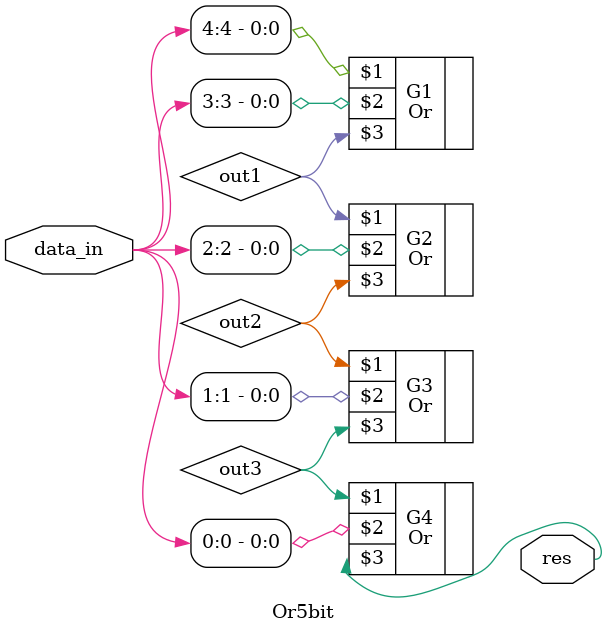
<source format=v>
module Or5bit (input [4:0] data_in, output res);

    wire out1, out2, out3;

    Or G1 (data_in[4], data_in[3], out1);
    Or G2 (out1, data_in[2], out2);
    Or G3 (out2, data_in[1], out3);
    Or G4 (out3, data_in[0], res);

endmodule
</source>
